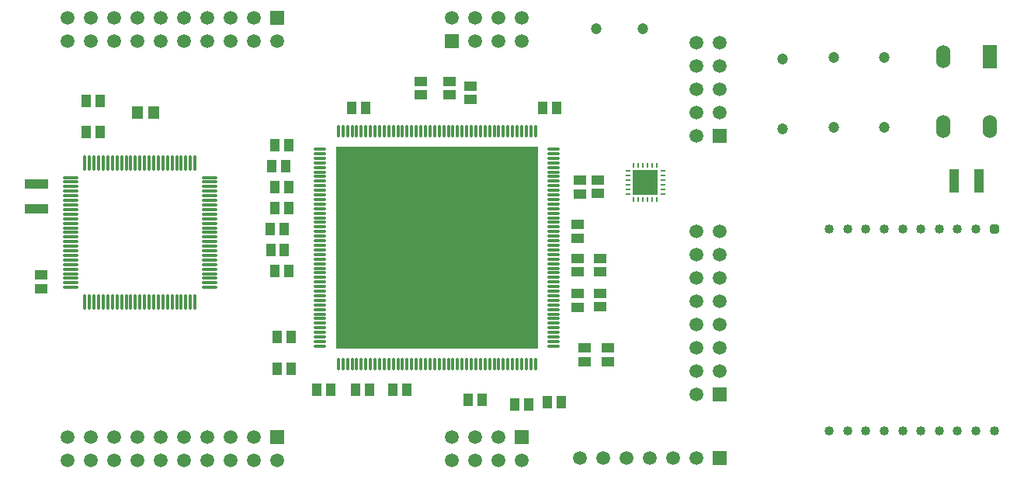
<source format=gbr>
G04 Layer_Color=255*
%FSLAX25Y25*%
%MOIN*%
%TF.FileFunction,Pads,Top*%
%TF.Part,Single*%
G01*
G75*
%TA.AperFunction,SMDPad,CuDef*%
%ADD10R,0.04331X0.05512*%
%ADD11R,0.05512X0.04331*%
%ADD12R,0.11024X0.11024*%
%ADD13R,0.02362X0.00984*%
%ADD14R,0.00984X0.02362*%
%ADD15R,0.04724X0.05512*%
%ADD16R,0.04331X0.10236*%
%ADD17R,0.10236X0.04331*%
%ADD18O,0.05709X0.01181*%
%ADD19O,0.01181X0.05709*%
%ADD20R,0.86614X0.86614*%
%ADD21O,0.01181X0.06890*%
%ADD22O,0.06890X0.01181*%
%TA.AperFunction,ComponentPad*%
%ADD24C,0.05906*%
%ADD25R,0.05906X0.05906*%
%ADD26C,0.04724*%
G04:AMPARAMS|DCode=27|XSize=40mil|YSize=40mil|CornerRadius=10mil|HoleSize=0mil|Usage=FLASHONLY|Rotation=270.000|XOffset=0mil|YOffset=0mil|HoleType=Round|Shape=RoundedRectangle|*
%AMROUNDEDRECTD27*
21,1,0.04000,0.02000,0,0,270.0*
21,1,0.02000,0.04000,0,0,270.0*
1,1,0.02000,-0.01000,-0.01000*
1,1,0.02000,-0.01000,0.01000*
1,1,0.02000,0.01000,0.01000*
1,1,0.02000,0.01000,-0.01000*
%
%ADD27ROUNDEDRECTD27*%
%ADD28C,0.04000*%
%ADD29R,0.05906X0.05906*%
%ADD30O,0.06000X0.10000*%
%ADD31R,0.06000X0.10000*%
D10*
X204453Y41500D02*
D03*
X198547D02*
D03*
X224453Y39783D02*
D03*
X218547D02*
D03*
X113547Y115000D02*
D03*
X119453D02*
D03*
X166047Y46000D02*
D03*
X171953D02*
D03*
X150047D02*
D03*
X155953D02*
D03*
X133547D02*
D03*
X139453D02*
D03*
X116547Y68500D02*
D03*
X122453D02*
D03*
X116547Y55000D02*
D03*
X122453D02*
D03*
X148547Y167000D02*
D03*
X154453D02*
D03*
X121453Y151000D02*
D03*
X115547D02*
D03*
X40453Y170000D02*
D03*
X34547D02*
D03*
X34547Y156500D02*
D03*
X40453D02*
D03*
X236453Y167000D02*
D03*
X230547D02*
D03*
X114179Y142000D02*
D03*
X120085D02*
D03*
X115547Y133000D02*
D03*
X121453D02*
D03*
X115547Y124000D02*
D03*
X121453D02*
D03*
X113594Y106000D02*
D03*
X119500D02*
D03*
X115547Y97000D02*
D03*
X121453D02*
D03*
X238453Y40500D02*
D03*
X232547D02*
D03*
D11*
X258500Y58047D02*
D03*
Y63953D02*
D03*
X248500Y58047D02*
D03*
Y63953D02*
D03*
X255205Y81547D02*
D03*
Y87453D02*
D03*
X245500Y81410D02*
D03*
Y87315D02*
D03*
X255000Y96547D02*
D03*
Y102453D02*
D03*
X245500Y111047D02*
D03*
Y116953D02*
D03*
X254000Y130232D02*
D03*
Y136138D02*
D03*
X246500Y130047D02*
D03*
Y135953D02*
D03*
X190500Y178453D02*
D03*
Y172547D02*
D03*
X178000Y178453D02*
D03*
Y172547D02*
D03*
X15000Y89284D02*
D03*
Y95189D02*
D03*
X199500Y176453D02*
D03*
Y170547D02*
D03*
X245500Y96547D02*
D03*
Y102453D02*
D03*
D12*
X274500Y135000D02*
D03*
D13*
X267000Y130000D02*
D03*
X267020Y132047D02*
D03*
Y134016D02*
D03*
Y135984D02*
D03*
Y137953D02*
D03*
Y139921D02*
D03*
X281980D02*
D03*
Y137953D02*
D03*
Y135984D02*
D03*
Y134016D02*
D03*
Y132047D02*
D03*
Y130079D02*
D03*
D14*
X269579Y142480D02*
D03*
X271547D02*
D03*
X273516D02*
D03*
X275484D02*
D03*
X277453D02*
D03*
X279421D02*
D03*
Y127520D02*
D03*
X277453D02*
D03*
X275484D02*
D03*
X273516D02*
D03*
X271547D02*
D03*
X269579D02*
D03*
D15*
X56457Y165000D02*
D03*
X63543D02*
D03*
D16*
X407185Y135543D02*
D03*
X417815D02*
D03*
D17*
X13000Y134315D02*
D03*
Y123685D02*
D03*
D18*
X235098Y149323D02*
D03*
Y147354D02*
D03*
Y145386D02*
D03*
Y143417D02*
D03*
Y141449D02*
D03*
Y139480D02*
D03*
Y137512D02*
D03*
Y135543D02*
D03*
Y133575D02*
D03*
Y131606D02*
D03*
Y129638D02*
D03*
Y127669D02*
D03*
Y125701D02*
D03*
Y123732D02*
D03*
Y121764D02*
D03*
Y119795D02*
D03*
Y117827D02*
D03*
Y115858D02*
D03*
Y113890D02*
D03*
Y111921D02*
D03*
Y109953D02*
D03*
Y107984D02*
D03*
Y106016D02*
D03*
Y104047D02*
D03*
Y102079D02*
D03*
Y100110D02*
D03*
Y98142D02*
D03*
Y96173D02*
D03*
Y94205D02*
D03*
Y92236D02*
D03*
Y90268D02*
D03*
Y88299D02*
D03*
Y86331D02*
D03*
Y84362D02*
D03*
Y82394D02*
D03*
Y80425D02*
D03*
Y78457D02*
D03*
Y76488D02*
D03*
Y74520D02*
D03*
Y72551D02*
D03*
Y70583D02*
D03*
Y68614D02*
D03*
Y66646D02*
D03*
Y64677D02*
D03*
X134902D02*
D03*
Y66646D02*
D03*
Y68614D02*
D03*
Y70583D02*
D03*
Y72551D02*
D03*
Y74520D02*
D03*
Y76488D02*
D03*
Y78457D02*
D03*
Y80425D02*
D03*
Y82394D02*
D03*
Y84362D02*
D03*
Y86331D02*
D03*
Y88299D02*
D03*
Y90268D02*
D03*
Y92236D02*
D03*
Y94205D02*
D03*
Y96173D02*
D03*
Y98142D02*
D03*
Y100110D02*
D03*
Y102079D02*
D03*
Y104047D02*
D03*
Y106016D02*
D03*
Y107984D02*
D03*
Y109953D02*
D03*
Y111921D02*
D03*
Y113890D02*
D03*
Y115858D02*
D03*
Y117827D02*
D03*
Y119795D02*
D03*
Y121764D02*
D03*
Y123732D02*
D03*
Y125701D02*
D03*
Y127669D02*
D03*
Y129638D02*
D03*
Y131606D02*
D03*
Y133575D02*
D03*
Y135543D02*
D03*
Y137512D02*
D03*
Y139480D02*
D03*
Y141449D02*
D03*
Y143417D02*
D03*
Y145386D02*
D03*
Y147354D02*
D03*
Y149323D02*
D03*
D19*
X227323Y56902D02*
D03*
X225354D02*
D03*
X223386D02*
D03*
X221417D02*
D03*
X219449D02*
D03*
X217480D02*
D03*
X215512D02*
D03*
X213543D02*
D03*
X211575D02*
D03*
X209606D02*
D03*
X207638D02*
D03*
X205669D02*
D03*
X203701D02*
D03*
X201732D02*
D03*
X199764D02*
D03*
X197795D02*
D03*
X195827D02*
D03*
X193858D02*
D03*
X191890D02*
D03*
X189921D02*
D03*
X187953D02*
D03*
X185984D02*
D03*
X184016D02*
D03*
X182047D02*
D03*
X180079D02*
D03*
X178110D02*
D03*
X176142D02*
D03*
X174173D02*
D03*
X172205D02*
D03*
X170236D02*
D03*
X168268D02*
D03*
X166299D02*
D03*
X164331D02*
D03*
X162362D02*
D03*
X160394D02*
D03*
X158425D02*
D03*
X156457D02*
D03*
X154488D02*
D03*
X152520D02*
D03*
X150551D02*
D03*
X148583D02*
D03*
X146614D02*
D03*
X144646D02*
D03*
X142677D02*
D03*
Y157098D02*
D03*
X144646D02*
D03*
X146614D02*
D03*
X148583D02*
D03*
X150551D02*
D03*
X152520D02*
D03*
X154488D02*
D03*
X156457D02*
D03*
X158425D02*
D03*
X160394D02*
D03*
X162362D02*
D03*
X164331D02*
D03*
X166299D02*
D03*
X168268D02*
D03*
X170236D02*
D03*
X172205D02*
D03*
X174173D02*
D03*
X176142D02*
D03*
X178110D02*
D03*
X180079D02*
D03*
X182047D02*
D03*
X184016D02*
D03*
X185984D02*
D03*
X187953D02*
D03*
X189921D02*
D03*
X191890D02*
D03*
X193858D02*
D03*
X195827D02*
D03*
X197795D02*
D03*
X199764D02*
D03*
X201732D02*
D03*
X203701D02*
D03*
X205669D02*
D03*
X207638D02*
D03*
X209606D02*
D03*
X211575D02*
D03*
X213543D02*
D03*
X215512D02*
D03*
X217480D02*
D03*
X219449D02*
D03*
X221417D02*
D03*
X223386D02*
D03*
X225354D02*
D03*
X227323D02*
D03*
D20*
X185000Y107000D02*
D03*
D21*
X81122Y143323D02*
D03*
X79154D02*
D03*
X77185D02*
D03*
X75217D02*
D03*
X73248D02*
D03*
X71280D02*
D03*
X69311D02*
D03*
X67343D02*
D03*
X65374D02*
D03*
X63406D02*
D03*
X61437D02*
D03*
X59469D02*
D03*
X57500D02*
D03*
X55532D02*
D03*
X53563D02*
D03*
X51595D02*
D03*
X49626D02*
D03*
X47657D02*
D03*
X45689D02*
D03*
X43720D02*
D03*
X41752D02*
D03*
X39783D02*
D03*
X37815D02*
D03*
X35846D02*
D03*
X33878D02*
D03*
Y83677D02*
D03*
X35846D02*
D03*
X37815D02*
D03*
X39783D02*
D03*
X41752D02*
D03*
X43720D02*
D03*
X45689D02*
D03*
X47657D02*
D03*
X49626D02*
D03*
X51595D02*
D03*
X53563D02*
D03*
X55532D02*
D03*
X57500D02*
D03*
X59469D02*
D03*
X61437D02*
D03*
X63406D02*
D03*
X65374D02*
D03*
X67343D02*
D03*
X69311D02*
D03*
X71280D02*
D03*
X73248D02*
D03*
X75217D02*
D03*
X77185D02*
D03*
X79154D02*
D03*
X81122D02*
D03*
D22*
X27677Y137122D02*
D03*
Y135153D02*
D03*
Y133185D02*
D03*
Y131217D02*
D03*
Y129248D02*
D03*
Y127279D02*
D03*
Y125311D02*
D03*
Y123343D02*
D03*
Y121374D02*
D03*
Y119405D02*
D03*
Y117437D02*
D03*
Y115469D02*
D03*
Y113500D02*
D03*
Y111531D02*
D03*
Y109563D02*
D03*
Y107595D02*
D03*
Y105626D02*
D03*
Y103657D02*
D03*
Y101689D02*
D03*
Y99721D02*
D03*
Y97752D02*
D03*
Y95784D02*
D03*
Y93815D02*
D03*
Y91847D02*
D03*
Y89878D02*
D03*
X87323D02*
D03*
Y91847D02*
D03*
Y93815D02*
D03*
Y95784D02*
D03*
Y97752D02*
D03*
Y99721D02*
D03*
Y101689D02*
D03*
Y103657D02*
D03*
Y105626D02*
D03*
Y107595D02*
D03*
Y109563D02*
D03*
Y111531D02*
D03*
Y113500D02*
D03*
Y115469D02*
D03*
Y117437D02*
D03*
Y119405D02*
D03*
Y121374D02*
D03*
Y123343D02*
D03*
Y125311D02*
D03*
Y127279D02*
D03*
Y129248D02*
D03*
Y131217D02*
D03*
Y133185D02*
D03*
Y135153D02*
D03*
Y137122D02*
D03*
D24*
X246500Y16500D02*
D03*
X256500D02*
D03*
X266500D02*
D03*
X276500D02*
D03*
X296500D02*
D03*
X286500D02*
D03*
X26500Y195500D02*
D03*
X36500D02*
D03*
X46500D02*
D03*
X56500D02*
D03*
X66500D02*
D03*
X76500D02*
D03*
X86500D02*
D03*
X96500D02*
D03*
X106500D02*
D03*
X116500D02*
D03*
X26500Y205500D02*
D03*
X36500D02*
D03*
X46500D02*
D03*
X56500D02*
D03*
X66500D02*
D03*
X76500D02*
D03*
X86500D02*
D03*
X96500D02*
D03*
X106500D02*
D03*
X26500Y15500D02*
D03*
X36500D02*
D03*
X46500D02*
D03*
X56500D02*
D03*
X66500D02*
D03*
X76500D02*
D03*
X86500D02*
D03*
X96500D02*
D03*
X106500D02*
D03*
X116500D02*
D03*
X26500Y25500D02*
D03*
X36500D02*
D03*
X46500D02*
D03*
X56500D02*
D03*
X66500D02*
D03*
X76500D02*
D03*
X86500D02*
D03*
X96500D02*
D03*
X106500D02*
D03*
X306500Y54000D02*
D03*
Y64000D02*
D03*
Y74000D02*
D03*
Y84000D02*
D03*
Y94000D02*
D03*
Y104000D02*
D03*
Y114000D02*
D03*
X296500Y44000D02*
D03*
Y54000D02*
D03*
Y64000D02*
D03*
Y74000D02*
D03*
Y84000D02*
D03*
Y94000D02*
D03*
Y104000D02*
D03*
Y114000D02*
D03*
X306500Y165000D02*
D03*
Y175000D02*
D03*
Y185000D02*
D03*
Y195000D02*
D03*
X296500Y155000D02*
D03*
Y165000D02*
D03*
Y175000D02*
D03*
Y185000D02*
D03*
Y195000D02*
D03*
X221500Y15500D02*
D03*
X211500Y25500D02*
D03*
Y15500D02*
D03*
X201500Y25500D02*
D03*
Y15500D02*
D03*
X191500Y25500D02*
D03*
Y15500D02*
D03*
Y205500D02*
D03*
X201500Y195500D02*
D03*
Y205500D02*
D03*
X211500Y195500D02*
D03*
Y205500D02*
D03*
X221500Y195500D02*
D03*
Y205500D02*
D03*
D25*
X306500Y16500D02*
D03*
X116500Y205500D02*
D03*
Y25500D02*
D03*
X221500D02*
D03*
X191500Y195500D02*
D03*
D26*
X273500Y201000D02*
D03*
X253500D02*
D03*
X377047Y158500D02*
D03*
Y188500D02*
D03*
X355500Y158500D02*
D03*
Y188500D02*
D03*
X333500Y188000D02*
D03*
Y158000D02*
D03*
D27*
X424291Y115000D02*
D03*
D28*
X416417D02*
D03*
X408543D02*
D03*
X400669D02*
D03*
X392795D02*
D03*
X384921D02*
D03*
X377047D02*
D03*
X369173D02*
D03*
X361299D02*
D03*
X353425D02*
D03*
Y28386D02*
D03*
X361299D02*
D03*
X369173D02*
D03*
X377047D02*
D03*
X384921D02*
D03*
X392795D02*
D03*
X400669D02*
D03*
X408543D02*
D03*
X416417D02*
D03*
X424291D02*
D03*
D29*
X306500Y44000D02*
D03*
Y155000D02*
D03*
D30*
X402500Y189000D02*
D03*
Y159000D02*
D03*
X422500D02*
D03*
D31*
Y189000D02*
D03*
%TF.MD5,E30DBD0BBA7701B2AD891AA82EC2314A*%
M02*

</source>
